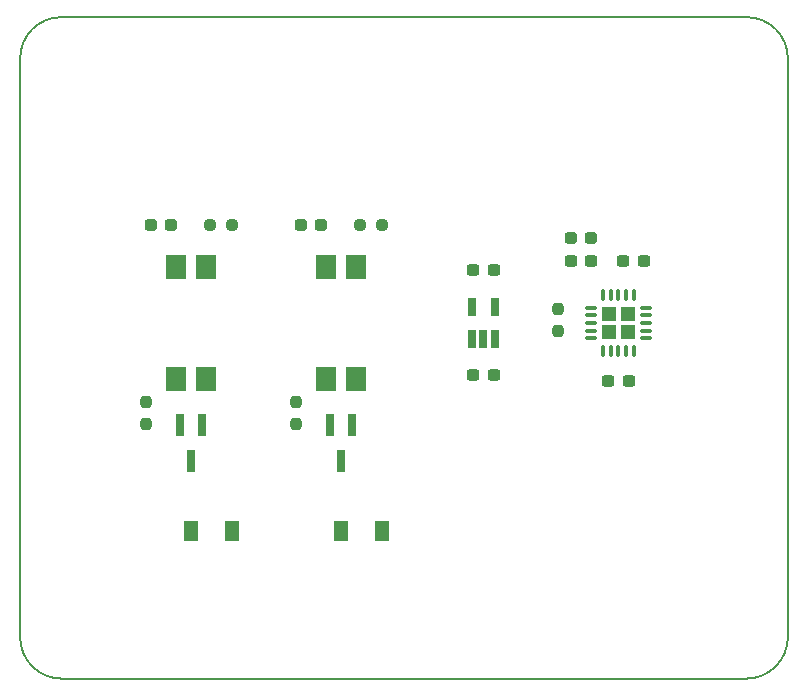
<source format=gtp>
G04 #@! TF.GenerationSoftware,KiCad,Pcbnew,(6.0.2)*
G04 #@! TF.CreationDate,2022-07-05T12:59:41+02:00*
G04 #@! TF.ProjectId,Raspberry Pi temperature management hat,52617370-6265-4727-9279-205069207465,V2*
G04 #@! TF.SameCoordinates,Original*
G04 #@! TF.FileFunction,Paste,Top*
G04 #@! TF.FilePolarity,Positive*
%FSLAX46Y46*%
G04 Gerber Fmt 4.6, Leading zero omitted, Abs format (unit mm)*
G04 Created by KiCad (PCBNEW (6.0.2)) date 2022-07-05 12:59:41*
%MOMM*%
%LPD*%
G01*
G04 APERTURE LIST*
G04 Aperture macros list*
%AMRoundRect*
0 Rectangle with rounded corners*
0 $1 Rounding radius*
0 $2 $3 $4 $5 $6 $7 $8 $9 X,Y pos of 4 corners*
0 Add a 4 corners polygon primitive as box body*
4,1,4,$2,$3,$4,$5,$6,$7,$8,$9,$2,$3,0*
0 Add four circle primitives for the rounded corners*
1,1,$1+$1,$2,$3*
1,1,$1+$1,$4,$5*
1,1,$1+$1,$6,$7*
1,1,$1+$1,$8,$9*
0 Add four rect primitives between the rounded corners*
20,1,$1+$1,$2,$3,$4,$5,0*
20,1,$1+$1,$4,$5,$6,$7,0*
20,1,$1+$1,$6,$7,$8,$9,0*
20,1,$1+$1,$8,$9,$2,$3,0*%
G04 Aperture macros list end*
G04 #@! TA.AperFunction,Profile*
%ADD10C,0.150000*%
G04 #@! TD*
%ADD11RoundRect,0.250000X-0.375000X-0.375000X0.375000X-0.375000X0.375000X0.375000X-0.375000X0.375000X0*%
%ADD12RoundRect,0.075000X-0.412500X-0.075000X0.412500X-0.075000X0.412500X0.075000X-0.412500X0.075000X0*%
%ADD13RoundRect,0.075000X-0.075000X-0.412500X0.075000X-0.412500X0.075000X0.412500X-0.075000X0.412500X0*%
%ADD14RoundRect,0.237500X-0.237500X0.250000X-0.237500X-0.250000X0.237500X-0.250000X0.237500X0.250000X0*%
%ADD15RoundRect,0.237500X-0.250000X-0.237500X0.250000X-0.237500X0.250000X0.237500X-0.250000X0.237500X0*%
%ADD16RoundRect,0.237500X0.287500X0.237500X-0.287500X0.237500X-0.287500X-0.237500X0.287500X-0.237500X0*%
%ADD17RoundRect,0.237500X-0.287500X-0.237500X0.287500X-0.237500X0.287500X0.237500X-0.287500X0.237500X0*%
%ADD18RoundRect,0.237500X-0.300000X-0.237500X0.300000X-0.237500X0.300000X0.237500X-0.300000X0.237500X0*%
%ADD19R,1.780000X2.000000*%
%ADD20R,1.300000X1.700000*%
%ADD21R,0.800000X1.900000*%
%ADD22R,0.650000X1.560000*%
G04 APERTURE END LIST*
D10*
X111500000Y-50000000D02*
G75*
G03*
X108000000Y-46500000I-3499999J1D01*
G01*
X50000000Y-46500000D02*
X108000000Y-46500000D01*
X50000000Y-102500000D02*
X108000000Y-102500000D01*
X111500000Y-50000000D02*
X111500000Y-99000000D01*
X108000000Y-102500000D02*
G75*
G03*
X111500000Y-99000000I1J3499999D01*
G01*
X46500000Y-99000000D02*
G75*
G03*
X50000000Y-102500000I3499999J-1D01*
G01*
X50000000Y-46500000D02*
G75*
G03*
X46500000Y-50000000I-1J-3499999D01*
G01*
X46500000Y-50000000D02*
X46500000Y-99000000D01*
D11*
X96380000Y-73165000D03*
X97930000Y-71615000D03*
X97930000Y-73165000D03*
X96380000Y-71615000D03*
D12*
X94792500Y-71090000D03*
X94792500Y-71740000D03*
X94792500Y-72390000D03*
X94792500Y-73040000D03*
X94792500Y-73690000D03*
D13*
X95855000Y-74752500D03*
X96505000Y-74752500D03*
X97155000Y-74752500D03*
X97805000Y-74752500D03*
X98455000Y-74752500D03*
D12*
X99517500Y-73690000D03*
X99517500Y-73040000D03*
X99517500Y-72390000D03*
X99517500Y-71740000D03*
X99517500Y-71090000D03*
D13*
X98455000Y-70027500D03*
X97805000Y-70027500D03*
X97155000Y-70027500D03*
X96505000Y-70027500D03*
X95855000Y-70027500D03*
D14*
X69850000Y-79097500D03*
X69850000Y-80922500D03*
D15*
X75287500Y-64135000D03*
X77112500Y-64135000D03*
D14*
X57150000Y-79097500D03*
X57150000Y-80922500D03*
D16*
X94855000Y-65227500D03*
X93105000Y-65227500D03*
D15*
X62587500Y-64135000D03*
X64412500Y-64135000D03*
D17*
X70245000Y-64135000D03*
X71995000Y-64135000D03*
D18*
X84862500Y-76835000D03*
X86587500Y-76835000D03*
D19*
X62230000Y-67625000D03*
X59690000Y-67625000D03*
X59690000Y-77155000D03*
X62230000Y-77155000D03*
D18*
X96292500Y-77292500D03*
X98017500Y-77292500D03*
X84862500Y-67945000D03*
X86587500Y-67945000D03*
D20*
X64460000Y-90000000D03*
X60960000Y-90000000D03*
D21*
X74610000Y-81050000D03*
X72710000Y-81050000D03*
X73660000Y-84050000D03*
D18*
X97562500Y-67132500D03*
X99287500Y-67132500D03*
D20*
X77160000Y-90000000D03*
X73660000Y-90000000D03*
D18*
X93117500Y-67132500D03*
X94842500Y-67132500D03*
D17*
X57545000Y-64135000D03*
X59295000Y-64135000D03*
D22*
X84775000Y-73740000D03*
X85725000Y-73740000D03*
X86675000Y-73740000D03*
X86675000Y-71040000D03*
X84775000Y-71040000D03*
D19*
X74930000Y-67625000D03*
X72390000Y-67625000D03*
X72390000Y-77155000D03*
X74930000Y-77155000D03*
D21*
X61910000Y-81050000D03*
X60010000Y-81050000D03*
X60960000Y-84050000D03*
D14*
X92075000Y-71223500D03*
X92075000Y-73048500D03*
M02*

</source>
